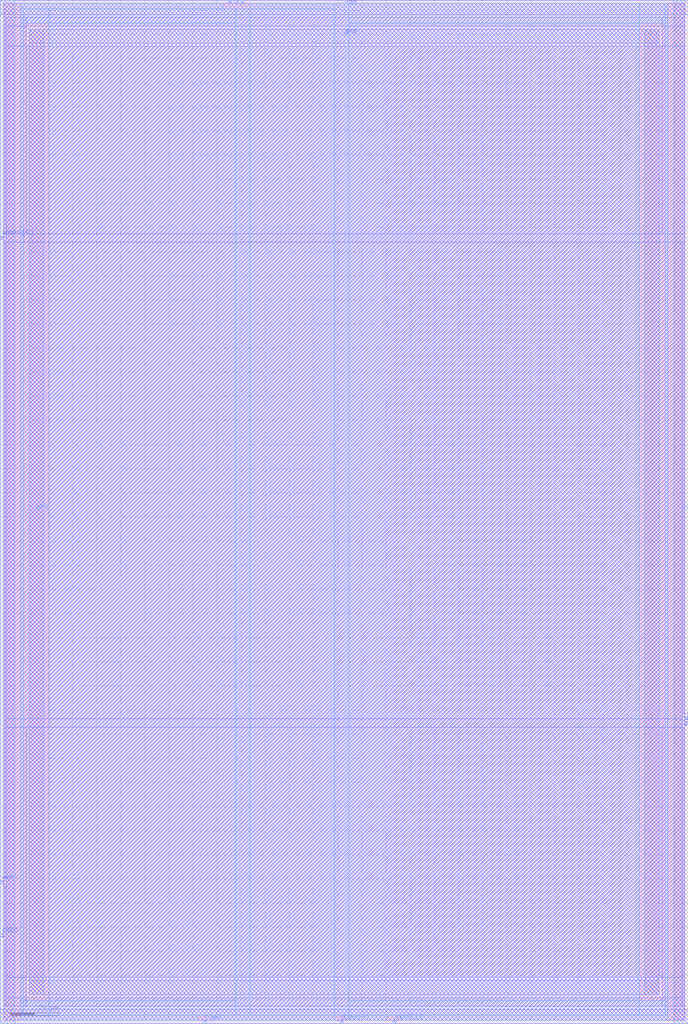
<source format=lef>
VERSION 5.4 ;
NAMESCASESENSITIVE ON ;
BUSBITCHARS "[]" ;
DIVIDERCHAR "/" ;
UNITS
  DATABASE MICRONS 2000 ;
END UNITS
MACRO scn4m_submsram_16x2
   CLASS BLOCK ;
   SIZE 285.3 BY 424.2 ;
   SYMMETRY X Y R90 ;
   PIN din0[0]
      DIRECTION INPUT ;
      PORT
         LAYER metal4 ;
         RECT  141.0 0.0 142.2 1.2 ;
      END
   END din0[0]
   PIN din0[1]
      DIRECTION INPUT ;
      PORT
         LAYER metal4 ;
         RECT  162.8 0.0 164.0 1.2 ;
      END
   END din0[1]
   PIN addr0[0]
      DIRECTION INPUT ;
      PORT
         LAYER metal3 ;
         RECT  0.0 325.0 1.2 326.2 ;
      END
   END addr0[0]
   PIN addr0[1]
      DIRECTION INPUT ;
      PORT
         LAYER metal4 ;
         RECT  100.0 423.0 101.2 424.2 ;
      END
   END addr0[1]
   PIN addr0[2]
      DIRECTION INPUT ;
      PORT
         LAYER metal4 ;
         RECT  94.8 423.0 96.0 424.2 ;
      END
   END addr0[2]
   PIN addr0[3]
      DIRECTION INPUT ;
      PORT
         LAYER metal4 ;
         RECT  97.4 423.0 98.6 424.2 ;
      END
   END addr0[3]
   PIN csb0
      DIRECTION INPUT ;
      PORT
         LAYER metal3 ;
         RECT  0.0 36.0 1.2 37.2 ;
      END
   END csb0
   PIN web0
      DIRECTION INPUT ;
      PORT
         LAYER metal3 ;
         RECT  0.0 58.0 1.2 59.2 ;
      END
   END web0
   PIN clk0
      DIRECTION INPUT ;
      PORT
         LAYER metal4 ;
         RECT  84.2 0.0 85.4 1.2 ;
      END
   END clk0
   PIN dout0[0]
      DIRECTION OUTPUT ;
      PORT
         LAYER metal3 ;
         RECT  284.1 124.0 285.3 125.2 ;
      END
   END dout0[0]
   PIN dout0[1]
      DIRECTION OUTPUT ;
      PORT
         LAYER metal3 ;
         RECT  284.1 126.0 285.3 127.2 ;
      END
   END dout0[1]
   PIN vdd
      DIRECTION INOUT ;
      USE POWER ; 
      SHAPE ABUTMENT ; 
      PORT
         LAYER metal4 ;
         RECT  0.0 0.0 6.0 424.2 ;
         LAYER metal3 ;
         RECT  0.0 0.0 285.3 6.0 ;
         LAYER metal3 ;
         RECT  0.0 418.2 285.3 424.2 ;
         LAYER metal4 ;
         RECT  279.3 0.0 285.3 424.2 ;
      END
   END vdd
   PIN gnd
      DIRECTION INOUT ;
      USE GROUND ; 
      SHAPE ABUTMENT ; 
      PORT
         LAYER metal4 ;
         RECT  267.3 12.0 273.3 412.2 ;
         LAYER metal3 ;
         RECT  12.0 12.0 273.3 18.0 ;
         LAYER metal4 ;
         RECT  12.0 12.0 18.0 412.2 ;
         LAYER metal3 ;
         RECT  12.0 406.2 273.3 412.2 ;
      END
   END gnd
   OBS
   LAYER  metal1 ;
      RECT  1.4 1.4 283.9 422.8 ;
   LAYER  metal2 ;
      RECT  1.4 1.4 283.9 422.8 ;
   LAYER  metal3 ;
      RECT  2.4 323.8 283.9 327.4 ;
      RECT  1.4 38.4 2.4 56.8 ;
      RECT  1.4 60.4 2.4 323.8 ;
      RECT  2.4 122.8 282.9 126.4 ;
      RECT  2.4 126.4 282.9 323.8 ;
      RECT  282.9 128.4 283.9 323.8 ;
      RECT  1.4 7.2 2.4 34.8 ;
      RECT  282.9 7.2 283.9 122.8 ;
      RECT  1.4 327.4 2.4 417.0 ;
      RECT  2.4 7.2 10.8 10.8 ;
      RECT  2.4 10.8 10.8 19.2 ;
      RECT  2.4 19.2 10.8 122.8 ;
      RECT  10.8 7.2 274.5 10.8 ;
      RECT  10.8 19.2 274.5 122.8 ;
      RECT  274.5 7.2 282.9 10.8 ;
      RECT  274.5 10.8 282.9 19.2 ;
      RECT  274.5 19.2 282.9 122.8 ;
      RECT  2.4 327.4 10.8 405.0 ;
      RECT  2.4 405.0 10.8 413.4 ;
      RECT  2.4 413.4 10.8 417.0 ;
      RECT  10.8 327.4 274.5 405.0 ;
      RECT  10.8 413.4 274.5 417.0 ;
      RECT  274.5 327.4 283.9 405.0 ;
      RECT  274.5 405.0 283.9 413.4 ;
      RECT  274.5 413.4 283.9 417.0 ;
   LAYER  metal4 ;
      RECT  138.6 3.6 144.6 422.8 ;
      RECT  144.6 1.4 160.4 3.6 ;
      RECT  97.6 3.6 103.6 420.6 ;
      RECT  103.6 3.6 138.6 420.6 ;
      RECT  103.6 420.6 138.6 422.8 ;
      RECT  87.8 1.4 138.6 3.6 ;
      RECT  8.4 420.6 92.4 422.8 ;
      RECT  8.4 1.4 81.8 3.6 ;
      RECT  166.4 1.4 276.9 3.6 ;
      RECT  144.6 3.6 264.9 9.6 ;
      RECT  144.6 9.6 264.9 414.6 ;
      RECT  144.6 414.6 264.9 422.8 ;
      RECT  264.9 3.6 275.7 9.6 ;
      RECT  264.9 414.6 275.7 422.8 ;
      RECT  275.7 3.6 276.9 9.6 ;
      RECT  275.7 9.6 276.9 414.6 ;
      RECT  275.7 414.6 276.9 422.8 ;
      RECT  8.4 3.6 9.6 9.6 ;
      RECT  8.4 9.6 9.6 414.6 ;
      RECT  8.4 414.6 9.6 420.6 ;
      RECT  9.6 3.6 20.4 9.6 ;
      RECT  9.6 414.6 20.4 420.6 ;
      RECT  20.4 3.6 97.6 9.6 ;
      RECT  20.4 9.6 97.6 414.6 ;
      RECT  20.4 414.6 97.6 420.6 ;
   END
END    scn4m_submsram_16x2
END    LIBRARY

</source>
